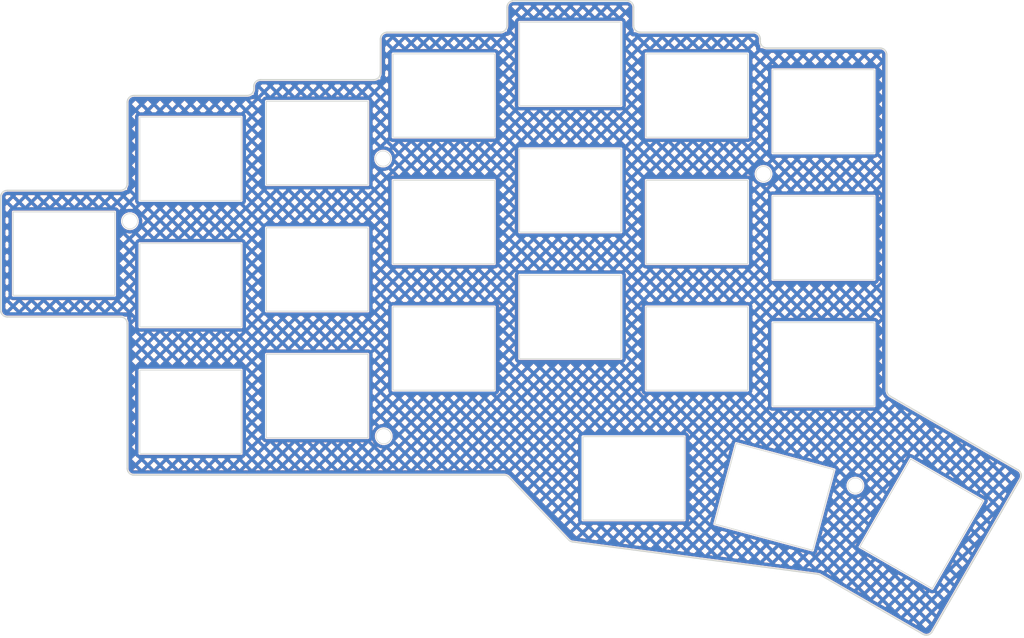
<source format=kicad_pcb>
(kicad_pcb (version 20211014) (generator pcbnew)
  (layers (0 "F.Cu" signal) (31 "B.Cu" signal) (34 "B.Paste" user) (35 "F.Paste" user) (36 "B.SilkS" user "B.Silkscreen") (37 "F.SilkS" user "F.Silkscreen") (38 "B.Mask" user) (39 "F.Mask" user) (44 "Edge.Cuts" user))
  (net 0 "")
  (footprint "kbd:SW_Hole_ALPS_Plastic" (layer "F.Cu") (at 42.721463 76.099368)
    (fp_text reference "K18" hide)
    (fp_text value "KEYSW" hide)
    (fp_line (start 7.625 -6.275) (end -7.625 -6.275) (layer "Edge.Cuts") (width 0.12))
    (fp_line (start -7.625 6.275) (end 7.625 6.275) (layer "Edge.Cuts") (width 0.12))
    (fp_line (start 7.625 6.275) (end 7.625 -6.275) (layer "Edge.Cuts") (width 0.12))
    (fp_line (start -7.625 -6.275) (end -7.625 6.275) (layer "Edge.Cuts") (width 0.12))
  )
  (footprint "kbd:SW_Hole_ALPS_Plastic" (layer "F.Cu") (at 118.721463 47.599367)
    (fp_text reference "K21" hide)
    (fp_text value "KEYSW" hide)
    (fp_line (start -7.625 6.275) (end 7.625 6.275) (layer "Edge.Cuts") (width 0.12))
    (fp_line (start 7.625 6.275) (end 7.625 -6.275) (layer "Edge.Cuts") (width 0.12))
    (fp_line (start -7.625 -6.275) (end -7.625 6.275) (layer "Edge.Cuts") (width 0.12))
    (fp_line (start 7.625 -6.275) (end -7.625 -6.275) (layer "Edge.Cuts") (width 0.12))
  )
  (footprint "kbd:SW_Hole_ALPS_Plastic" (layer "F.Cu") (at 42.721463 57.099368)
    (fp_text reference "K14" hide)
    (fp_text value "KEYSW" hide)
    (fp_line (start -7.625 -6.275) (end -7.625 6.275) (layer "Edge.Cuts") (width 0.12))
    (fp_line (start 7.625 6.275) (end 7.625 -6.275) (layer "Edge.Cuts") (width 0.12))
    (fp_line (start -7.625 6.275) (end 7.625 6.275) (layer "Edge.Cuts") (width 0.12))
    (fp_line (start 7.625 -6.275) (end -7.625 -6.275) (layer "Edge.Cuts") (width 0.12))
  )
  (footprint "kbd:SW_Hole_ALPS_Plastic" (layer "F.Cu") (at 61.721463 35.724368)
    (fp_text reference "K13" hide)
    (fp_text value "KEYSW" hide)
    (fp_line (start 7.625 6.275) (end 7.625 -6.275) (layer "Edge.Cuts") (width 0.12))
    (fp_line (start -7.625 6.275) (end 7.625 6.275) (layer "Edge.Cuts") (width 0.12))
    (fp_line (start -7.625 -6.275) (end -7.625 6.275) (layer "Edge.Cuts") (width 0.12))
    (fp_line (start 7.625 -6.275) (end -7.625 -6.275) (layer "Edge.Cuts") (width 0.12))
  )
  (footprint "kbd:SW_Hole_ALPS_Plastic" (layer "F.Cu") (at 152.426296 92.925796 60)
    (fp_text reference "K22" hide)
    (fp_text value "KEYSW" hide)
    (fp_line (start 7.625 6.275) (end 7.625 -6.275) (layer "Edge.Cuts") (width 0.12))
    (fp_line (start -7.625 6.275) (end 7.625 6.275) (layer "Edge.Cuts") (width 0.12))
    (fp_line (start 7.625 -6.275) (end -7.625 -6.275) (layer "Edge.Cuts") (width 0.12))
    (fp_line (start -7.625 -6.275) (end -7.625 6.275) (layer "Edge.Cuts") (width 0.12))
  )
  (footprint "kbd:M2_Hole_Edge_Cut" (layer "F.Cu") (at 128.721463 40.374367)
    (fp_text reference "H8")
    (fp_text value "MountingHole")
    (fp_circle (center 0 0) (end 1.15 0) (layer "Edge.Cuts") (width 0.1) (fill none))
  )
  (footprint "kbd:SW_Hole_ALPS_Plastic" (layer "F.Cu") (at 80.721463 66.599368)
    (fp_text reference "K9" hide)
    (fp_text value "KEYSW" hide)
    (fp_line (start -7.625 -6.275) (end -7.625 6.275) (layer "Edge.Cuts") (width 0.12))
    (fp_line (start -7.625 6.275) (end 7.625 6.275) (layer "Edge.Cuts") (width 0.12))
    (fp_line (start 7.625 6.275) (end 7.625 -6.275) (layer "Edge.Cuts") (width 0.12))
    (fp_line (start 7.625 -6.275) (end -7.625 -6.275) (layer "Edge.Cuts") (width 0.12))
  )
  (footprint "kbd:M2_Hole_Edge_Cut" (layer "F.Cu") (at 71.621463 38.074367)
    (fp_text reference "H4")
    (fp_text value "MountingHole")
    (fp_circle (center 0 0) (end 1.15 0) (layer "Edge.Cuts") (width 0.1) (fill none))
  )
  (footprint "kbd:SW_Hole_ALPS_Plastic" (layer "F.Cu") (at 130.35654 88.881582 -15)
    (fp_text reference "K1" hide)
    (fp_text value "KEYSW" hide)
    (fp_line (start 7.625 -6.275) (end -7.625 -6.275) (layer "Edge.Cuts") (width 0.12))
    (fp_line (start -7.625 -6.275) (end -7.625 6.275) (layer "Edge.Cuts") (width 0.12))
    (fp_line (start -7.625 6.275) (end 7.625 6.275) (layer "Edge.Cuts") (width 0.12))
    (fp_line (start 7.625 6.275) (end 7.625 -6.275) (layer "Edge.Cuts") (width 0.12))
  )
  (footprint "kbd:SW_Hole_ALPS_Plastic" (layer "F.Cu") (at 99.721463 23.849368)
    (fp_text reference "K11" hide)
    (fp_text value "KEYSW" hide)
    (fp_line (start -7.625 6.275) (end 7.625 6.275) (layer "Edge.Cuts") (width 0.12))
    (fp_line (start -7.625 -6.275) (end -7.625 6.275) (layer "Edge.Cuts") (width 0.12))
    (fp_line (start 7.625 -6.275) (end -7.625 -6.275) (layer "Edge.Cuts") (width 0.12))
    (fp_line (start 7.625 6.275) (end 7.625 -6.275) (layer "Edge.Cuts") (width 0.12))
  )
  (footprint "kbd:SW_Hole_ALPS_Plastic" (layer "F.Cu") (at 42.721463 38.099368)
    (fp_text reference "K7" hide)
    (fp_text value "KEYSW" hide)
    (fp_line (start 7.625 -6.275) (end -7.625 -6.275) (layer "Edge.Cuts") (width 0.12))
    (fp_line (start -7.625 6.275) (end 7.625 6.275) (layer "Edge.Cuts") (width 0.12))
    (fp_line (start -7.625 -6.275) (end -7.625 6.275) (layer "Edge.Cuts") (width 0.12))
    (fp_line (start 7.625 6.275) (end 7.625 -6.275) (layer "Edge.Cuts") (width 0.12))
  )
  (footprint "kbd:SW_Hole_ALPS_Plastic" (layer "F.Cu") (at 118.721463 66.599367)
    (fp_text reference "K12" hide)
    (fp_text value "KEYSW" hide)
    (fp_line (start 7.625 6.275) (end 7.625 -6.275) (layer "Edge.Cuts") (width 0.12))
    (fp_line (start -7.625 6.275) (end 7.625 6.275) (layer "Edge.Cuts") (width 0.12))
    (fp_line (start 7.625 -6.275) (end -7.625 -6.275) (layer "Edge.Cuts") (width 0.12))
    (fp_line (start -7.625 -6.275) (end -7.625 6.275) (layer "Edge.Cuts") (width 0.12))
  )
  (footprint "kbd:M2_Hole_Edge_Cut" (layer "F.Cu") (at 33.621463 47.474367)
    (fp_text reference "H3")
    (fp_text value "MountingHole")
    (fp_circle (center 0 0) (end 1.15 0) (layer "Edge.Cuts") (width 0.1) (fill none))
  )
  (footprint "kbd:SW_Hole_ALPS_Plastic" (layer "F.Cu") (at 118.721463 28.599367)
    (fp_text reference "K16" hide)
    (fp_text value "KEYSW" hide)
    (fp_line (start -7.625 6.275) (end 7.625 6.275) (layer "Edge.Cuts") (width 0.12))
    (fp_line (start 7.625 -6.275) (end -7.625 -6.275) (layer "Edge.Cuts") (width 0.12))
    (fp_line (start -7.625 -6.275) (end -7.625 6.275) (layer "Edge.Cuts") (width 0.12))
    (fp_line (start 7.625 6.275) (end 7.625 -6.275) (layer "Edge.Cuts") (width 0.12))
  )
  (footprint "kbd:SW_Hole_ALPS_Plastic" (layer "F.Cu") (at 80.721463 47.599368)
    (fp_text reference "K6" hide)
    (fp_text value "KEYSW" hide)
    (fp_line (start -7.625 -6.275) (end -7.625 6.275) (layer "Edge.Cuts") (width 0.12))
    (fp_line (start 7.625 6.275) (end 7.625 -6.275) (layer "Edge.Cuts") (width 0.12))
    (fp_line (start -7.625 6.275) (end 7.625 6.275) (layer "Edge.Cuts") (width 0.12))
    (fp_line (start 7.625 -6.275) (end -7.625 -6.275) (layer "Edge.Cuts") (width 0.12))
  )
  (footprint "kbd:SW_Hole_ALPS_Plastic" (layer "F.Cu") (at 109.221463 86.099097)
    (fp_text reference "K5" hide)
    (fp_text value "KEYSW" hide)
    (fp_line (start 7.625 6.275) (end 7.625 -6.275) (layer "Edge.Cuts") (width 0.12))
    (fp_line (start 7.625 -6.275) (end -7.625 -6.275) (layer "Edge.Cuts") (width 0.12))
    (fp_line (start -7.625 6.275) (end 7.625 6.275) (layer "Edge.Cuts") (width 0.12))
    (fp_line (start -7.625 -6.275) (end -7.625 6.275) (layer "Edge.Cuts") (width 0.12))
  )
  (footprint "kbd:SW_Hole_ALPS_Plastic" (layer "F.Cu") (at 137.721463 49.974367)
    (fp_text reference "K3" hide)
    (fp_text value "KEYSW" hide)
    (fp_line (start -7.625 -6.275) (end -7.625 6.275) (layer "Edge.Cuts") (width 0.12))
    (fp_line (start -7.625 6.275) (end 7.625 6.275) (layer "Edge.Cuts") (width 0.12))
    (fp_line (start 7.625 -6.275) (end -7.625 -6.275) (layer "Edge.Cuts") (width 0.12))
    (fp_line (start 7.625 6.275) (end 7.625 -6.275) (layer "Edge.Cuts") (width 0.12))
  )
  (footprint "kbd:SW_Hole_ALPS_Plastic" (layer "F.Cu") (at 23.721464 52.349367)
    (fp_text reference "K10" hide)
    (fp_text value "KEYSW" hide)
    (fp_line (start 7.625 6.275) (end 7.625 -6.275) (layer "Edge.Cuts") (width 0.12))
    (fp_line (start 7.625 -6.275) (end -7.625 -6.275) (layer "Edge.Cuts") (width 0.12))
    (fp_line (start -7.625 6.275) (end 7.625 6.275) (layer "Edge.Cuts") (width 0.12))
    (fp_line (start -7.625 -6.275) (end -7.625 6.275) (layer "Edge.Cuts") (width 0.12))
  )
  (footprint "kbd:SW_Hole_ALPS_Plastic" (layer "F.Cu") (at 99.721463 42.849368)
    (fp_text reference "K19" hide)
    (fp_text value "KEYSW" hide)
    (fp_line (start -7.625 -6.275) (end -7.625 6.275) (layer "Edge.Cuts") (width 0.12))
    (fp_line (start -7.625 6.275) (end 7.625 6.275) (layer "Edge.Cuts") (width 0.12))
    (fp_line (start 7.625 6.275) (end 7.625 -6.275) (layer "Edge.Cuts") (width 0.12))
    (fp_line (start 7.625 -6.275) (end -7.625 -6.275) (layer "Edge.Cuts") (width 0.12))
  )
  (footprint "kbd:SW_Hole_ALPS_Plastic" (layer "F.Cu") (at 61.721463 73.724368)
    (fp_text reference "K8" hide)
    (fp_text value "KEYSW" hide)
    (fp_line (start -7.625 6.275) (end 7.625 6.275) (layer "Edge.Cuts") (width 0.12))
    (fp_line (start 7.625 6.275) (end 7.625 -6.275) (layer "Edge.Cuts") (width 0.12))
    (fp_line (start 7.625 -6.275) (end -7.625 -6.275) (layer "Edge.Cuts") (width 0.12))
    (fp_line (start -7.625 -6.275) (end -7.625 6.275) (layer "Edge.Cuts") (width 0.12))
  )
  (footprint "kbd:M2_Hole_Edge_Cut" (layer "F.Cu") (at 71.721463 79.774367)
    (fp_text reference "H5")
    (fp_text value "MountingHole")
    (fp_circle (center 0 0) (end 1.15 0) (layer "Edge.Cuts") (width 0.1) (fill none))
  )
  (footprint "kbd:SW_Hole_ALPS_Plastic" (layer "F.Cu") (at 137.721463 30.974367)
    (fp_text reference "K4" hide)
    (fp_text value "KEYSW" hide)
    (fp_line (start -7.625 6.275) (end 7.625 6.275) (layer "Edge.Cuts") (width 0.12))
    (fp_line (start -7.625 -6.275) (end -7.625 6.275) (layer "Edge.Cuts") (width 0.12))
    (fp_line (start 7.625 6.275) (end 7.625 -6.275) (layer "Edge.Cuts") (width 0.12))
    (fp_line (start 7.625 -6.275) (end -7.625 -6.275) (layer "Edge.Cuts") (width 0.12))
  )
  (footprint "kbd:SW_Hole_ALPS_Plastic" (layer "F.Cu") (at 137.721463 68.974367)
    (fp_text reference "K2" hide)
    (fp_text value "KEYSW" hide)
    (fp_line (start -7.625 -6.275) (end -7.625 6.275) (layer "Edge.Cuts") (width 0.12))
    (fp_line (start 7.625 -6.275) (end -7.625 -6.275) (layer "Edge.Cuts") (width 0.12))
    (fp_line (start 7.625 6.275) (end 7.625 -6.275) (layer "Edge.Cuts") (width 0.12))
    (fp_line (start -7.625 6.275) (end 7.625 6.275) (layer "Edge.Cuts") (width 0.12))
  )
  (footprint "kbd:SW_Hole_ALPS_Plastic" (layer "F.Cu") (at 99.721463 61.849368)
    (fp_text reference "K15" hide)
    (fp_text value "KEYSW" hide)
    (fp_line (start -7.625 -6.275) (end -7.625 6.275) (layer "Edge.Cuts") (width 0.12))
    (fp_line (start 7.625 6.275) (end 7.625 -6.275) (layer "Edge.Cuts") (width 0.12))
    (fp_line (start 7.625 -6.275) (end -7.625 -6.275) (layer "Edge.Cuts") (width 0.12))
    (fp_line (start -7.625 6.275) (end 7.625 6.275) (layer "Edge.Cuts") (width 0.12))
  )
  (footprint "kbd:M2_Hole_Edge_Cut" (layer "F.Cu") (at 142.507505 87.19918)
    (fp_text reference "H9")
    (fp_text value "MountingHole")
    (fp_circle (center 0 0) (end 1.15 0) (layer "Edge.Cuts") (width 0.1) (fill none))
  )
  (footprint "kbd:SW_Hole_ALPS_Plastic" (layer "F.Cu") (at 61.721463 54.724368)
    (fp_text reference "K17" hide)
    (fp_text value "KEYSW" hide)
    (fp_line (start -7.625 6.275) (end 7.625 6.275) (layer "Edge.Cuts") (width 0.12))
    (fp_line (start -7.625 -6.275) (end -7.625 6.275) (layer "Edge.Cuts") (width 0.12))
    (fp_line (start 7.625 6.275) (end 7.625 -6.275) (layer "Edge.Cuts") (width 0.12))
    (fp_line (start 7.625 -6.275) (end -7.625 -6.275) (layer "Edge.Cuts") (width 0.12))
  )
  (footprint "kbd:SW_Hole_ALPS_Plastic" (layer "F.Cu") (at 80.721463 28.599368)
    (fp_text reference "K20" hide)
    (fp_text value "KEYSW" hide)
    (fp_line (start 7.625 6.275) (end 7.625 -6.275) (layer "Edge.Cuts") (width 0.12))
    (fp_line (start 7.625 -6.275) (end -7.625 -6.275) (layer "Edge.Cuts") (width 0.12))
    (fp_line (start -7.625 -6.275) (end -7.625 6.275) (layer "Edge.Cuts") (width 0.12))
    (fp_line (start -7.625 6.275) (end 7.625 6.275) (layer "Edge.Cuts") (width 0.12))
  )
  (gr_arc (start 89.796623 85.599366) (mid 90.187011 85.679618) (end 90.514076 85.907372) (layer "Edge.Cuts") (width 0.2))
  (gr_arc (start 166.912511 84.834934) (mid 167.378437 85.442141) (end 167.278537 86.20096) (layer "Edge.Cuts") (width 0.2))
  (gr_arc (start 90.221463 18.099368) (mid 89.92857 18.806475) (end 89.221463 19.099368) (layer "Edge.Cuts") (width 0.2))
  (gr_line (start 15.221464 42.849368) (end 32.221465 42.849368) (layer "Edge.Cuts") (width 0.2))
  (gr_line (start 33.221463 84.609762) (end 33.221463 62.849367) (layer "Edge.Cuts") (width 0.2))
  (gr_line (start 99.480311 95.345258) (end 90.514076 85.907372) (layer "Edge.Cuts") (width 0.2))
  (gr_line (start 147.721463 73.754978) (end 166.912511 84.834934) (layer "Edge.Cuts") (width 0.2))
  (gr_line (start 147.221463 22.474368) (end 147.221463 72.888952) (layer "Edge.Cuts") (width 0.2))
  (gr_arc (start 52.221466 27.599371) (mid 51.928571 28.306477) (end 51.221463 28.599368) (layer "Edge.Cuts") (width 0.2))
  (gr_arc (start 71.221463 25.224368) (mid 70.92857 25.931475) (end 70.221463 26.224368) (layer "Edge.Cuts") (width 0.2))
  (gr_line (start 52.221463 27.599368) (end 52.221463 27.224367) (layer "Edge.Cuts") (width 0.2))
  (gr_line (start 71.221463 25.224368) (end 71.221463 20.099368) (layer "Edge.Cuts") (width 0.2))
  (gr_arc (start 146.221463 21.474368) (mid 146.92857 21.767261) (end 147.221463 22.474368) (layer "Edge.Cuts") (width 0.2))
  (gr_arc (start 108.221463 14.349368) (mid 108.92857 14.642261) (end 109.221463 15.349368) (layer "Edge.Cuts") (width 0.2))
  (gr_line (start 110.221463 19.099367) (end 127.221463 19.099367) (layer "Edge.Cuts") (width 0.2))
  (gr_line (start 89.796623 85.599366) (end 51.221463 85.599366) (layer "Edge.Cuts") (width 0.2))
  (gr_line (start 152.662511 109.516658) (end 137.244527 100.615081) (layer "Edge.Cuts") (width 0.2))
  (gr_arc (start 110.221462 19.099368) (mid 109.514356 18.806474) (end 109.221463 18.099367) (layer "Edge.Cuts") (width 0.2))
  (gr_arc (start 34.211068 85.599367) (mid 33.511312 85.309518) (end 33.221463 84.609762) (layer "Edge.Cuts") (width 0.2))
  (gr_line (start 51.221463 85.599366) (end 34.211068 85.599366) (layer "Edge.Cuts") (width 0.2))
  (gr_arc (start 52.221463 27.224368) (mid 52.514356 26.517261) (end 53.221463 26.224368) (layer "Edge.Cuts") (width 0.2))
  (gr_line (start 53.221463 26.224368) (end 70.221463 26.224368) (layer "Edge.Cuts") (width 0.2))
  (gr_line (start 14.221465 60.849368) (end 14.221465 43.849369) (layer "Edge.Cuts") (width 0.2))
  (gr_arc (start 15.221464 61.849367) (mid 14.514358 61.556474) (end 14.221465 60.849368) (layer "Edge.Cuts") (width 0.2))
  (gr_arc (start 14.221465 43.849369) (mid 14.514358 43.142262) (end 15.221464 42.849368) (layer "Edge.Cuts") (width 0.2))
  (gr_arc (start 32.221466 61.849364) (mid 32.928572 62.142259) (end 33.221463 62.849367) (layer "Edge.Cuts") (width 0.2))
  (gr_arc (start 129.221463 21.474367) (mid 128.514356 21.181474) (end 128.221463 20.474367) (layer "Edge.Cuts") (width 0.2))
  (gr_arc (start 33.221465 41.84937) (mid 32.928571 42.556475) (end 32.221464 42.849367) (layer "Edge.Cuts") (width 0.2))
  (gr_arc (start 90.221463 15.349368) (mid 90.514356 14.642261) (end 91.221463 14.349368) (layer "Edge.Cuts") (width 0.2))
  (gr_arc (start 127.221463 19.099367) (mid 127.92857 19.39226) (end 128.221463 20.099367) (layer "Edge.Cuts") (width 0.2))
  (gr_arc (start 100.068595 95.644797) (mid 99.748739 95.545528) (end 99.480311 95.345258) (layer "Edge.Cuts") (width 0.2))
  (gr_line (start 136.878894 100.490965) (end 100.068595 95.644797) (layer "Edge.Cuts") (width 0.2))
  (gr_line (start 109.221463 15.349368) (end 109.221463 18.099367) (layer "Edge.Cuts") (width 0.2))
  (gr_line (start 128.221463 20.099367) (end 128.221463 20.474367) (layer "Edge.Cuts") (width 0.2))
  (gr_arc (start 33.221464 29.599368) (mid 33.514357 28.892261) (end 34.221464 28.599368) (layer "Edge.Cuts") (width 0.2))
  (gr_line (start 33.221464 41.849368) (end 33.221464 29.599368) (layer "Edge.Cuts") (width 0.2))
  (gr_line (start 129.221463 21.474367) (end 146.221463 21.474368) (layer "Edge.Cuts") (width 0.2))
  (gr_line (start 167.278537 86.20096) (end 154.028537 109.150633) (layer "Edge.Cuts") (width 0.2))
  (gr_arc (start 136.878894 100.490965) (mid 137.067823 100.535017) (end 137.244527 100.615081) (layer "Edge.Cuts") (width 0.2))
  (gr_arc (start 147.721463 73.754977) (mid 147.355438 73.388952) (end 147.221463 72.888952) (layer "Edge.Cuts") (width 0.2))
  (gr_arc (start 71.221462 20.099368) (mid 71.514356 19.392261) (end 72.221463 19.099367) (layer "Edge.Cuts") (width 0.2))
  (gr_line (start 90.221463 18.099368) (end 90.221463 15.349368) (layer "Edge.Cuts") (width 0.2))
  (gr_line (start 32.221464 61.849368) (end 15.221464 61.849368) (layer "Edge.Cuts") (width 0.2))
  (gr_line (start 91.221463 14.349368) (end 108.221463 14.349368) (layer "Edge.Cuts") (width 0.2))
  (gr_line (start 72.221463 19.099367) (end 89.221463 19.099368) (layer "Edge.Cuts") (width 0.2))
  (gr_arc (start 154.028536 109.150633) (mid 153.42133 109.616559) (end 152.662511 109.516658) (layer "Edge.Cuts") (width 0.2))
  (gr_line (start 34.221464 28.599368) (end 51.221463 28.599368) (layer "Edge.Cuts") (width 0.2))
  (zone (net 0) (net_name "") (layers F&B.Cu) (priority 1) (connect_pads (clearance 0.2)) (min_thickness 0.25) (fill yes (mode hatch) (thermal_gap 0.5) (thermal_bridge_width 0.5) (hatch_thickness 0.5) (hatch_gap 0.8) (hatch_orientation 45) (hatch_border_algorithm hatch_thickness) (hatch_min_hole_area 0.3))
    (polygon (pts (xy 109.221463 19.104952) (xy 128.221463 19.104952) (xy 128.221463 21.504952) (xy 147.221463 21.504952) (xy 147.221463 23.804952) (xy 147.721464 73.349367) (xy 167.821463 85.204952) (xy 153.421463 109.904952) (xy 137.021463 100.504952) (xy 99.721463 95.504952) (xy 90.121463 85.504952) (xy 33.221463 85.604952) (xy 33.221463 61.804952) (xy 14.121463 61.804952) (xy 14.221463 42.904952) (xy 33.221463 42.804952) (xy 33.221463 28.504952) (xy 52.221463 28.504952) (xy 52.221463 26.204952) (xy 71.221463 26.204952) (xy 71.221463 19.004952) (xy 90.221463 19.004952) (xy 90.221463 14.304952) (xy 109.221463 14.304952)))
  )
)
</source>
